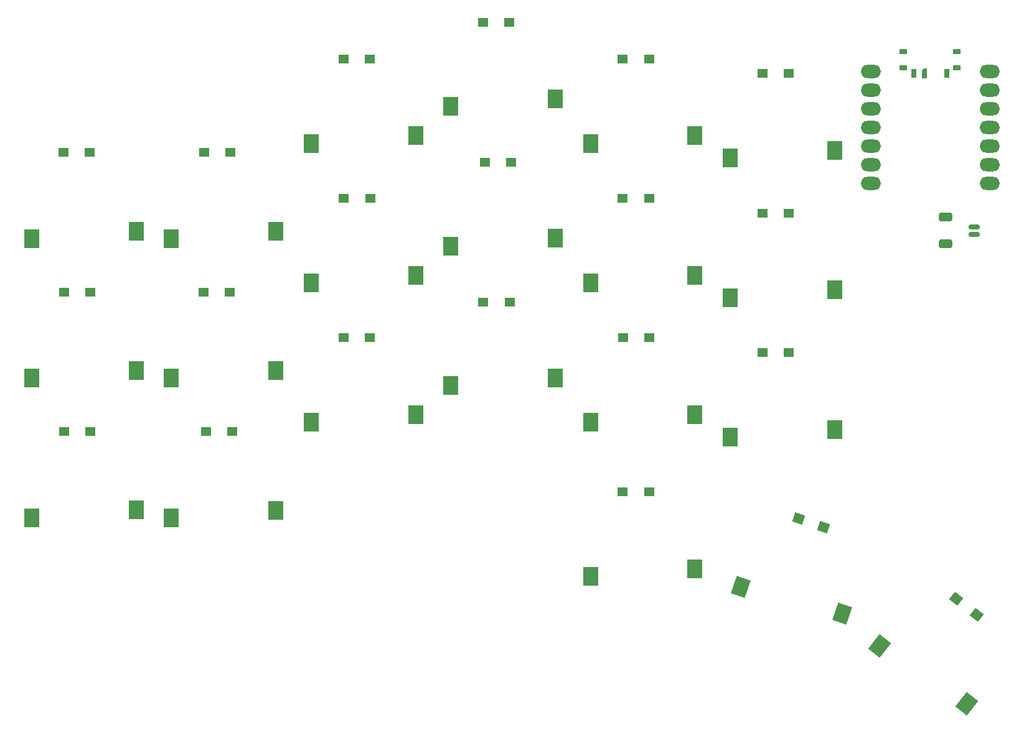
<source format=gtp>
G04 #@! TF.GenerationSoftware,KiCad,Pcbnew,8.0.2-1*
G04 #@! TF.CreationDate,2024-09-12T16:13:46+03:00*
G04 #@! TF.ProjectId,pcb,7063622e-6b69-4636-9164-5f7063625858,rev?*
G04 #@! TF.SameCoordinates,Original*
G04 #@! TF.FileFunction,Paste,Top*
G04 #@! TF.FilePolarity,Positive*
%FSLAX46Y46*%
G04 Gerber Fmt 4.6, Leading zero omitted, Abs format (unit mm)*
G04 Created by KiCad (PCBNEW 8.0.2-1) date 2024-09-12 16:13:46*
%MOMM*%
%LPD*%
G01*
G04 APERTURE LIST*
G04 Aperture macros list*
%AMRoundRect*
0 Rectangle with rounded corners*
0 $1 Rounding radius*
0 $2 $3 $4 $5 $6 $7 $8 $9 X,Y pos of 4 corners*
0 Add a 4 corners polygon primitive as box body*
4,1,4,$2,$3,$4,$5,$6,$7,$8,$9,$2,$3,0*
0 Add four circle primitives for the rounded corners*
1,1,$1+$1,$2,$3*
1,1,$1+$1,$4,$5*
1,1,$1+$1,$6,$7*
1,1,$1+$1,$8,$9*
0 Add four rect primitives between the rounded corners*
20,1,$1+$1,$2,$3,$4,$5,0*
20,1,$1+$1,$4,$5,$6,$7,0*
20,1,$1+$1,$6,$7,$8,$9,0*
20,1,$1+$1,$8,$9,$2,$3,0*%
%AMRotRect*
0 Rectangle, with rotation*
0 The origin of the aperture is its center*
0 $1 length*
0 $2 width*
0 $3 Rotation angle, in degrees counterclockwise*
0 Add horizontal line*
21,1,$1,$2,0,0,$3*%
%AMOutline5P*
0 Free polygon, 5 corners , with rotation*
0 The origin of the aperture is its center*
0 number of corners: always 5*
0 $1 to $10 corner X, Y*
0 $11 Rotation angle, in degrees counterclockwise*
0 create outline with 5 corners*
4,1,5,$1,$2,$3,$4,$5,$6,$7,$8,$9,$10,$1,$2,$11*%
%AMOutline6P*
0 Free polygon, 6 corners , with rotation*
0 The origin of the aperture is its center*
0 number of corners: always 6*
0 $1 to $12 corner X, Y*
0 $13 Rotation angle, in degrees counterclockwise*
0 create outline with 6 corners*
4,1,6,$1,$2,$3,$4,$5,$6,$7,$8,$9,$10,$11,$12,$1,$2,$13*%
%AMOutline7P*
0 Free polygon, 7 corners , with rotation*
0 The origin of the aperture is its center*
0 number of corners: always 7*
0 $1 to $14 corner X, Y*
0 $15 Rotation angle, in degrees counterclockwise*
0 create outline with 7 corners*
4,1,7,$1,$2,$3,$4,$5,$6,$7,$8,$9,$10,$11,$12,$13,$14,$1,$2,$15*%
%AMOutline8P*
0 Free polygon, 8 corners , with rotation*
0 The origin of the aperture is its center*
0 number of corners: always 8*
0 $1 to $16 corner X, Y*
0 $17 Rotation angle, in degrees counterclockwise*
0 create outline with 8 corners*
4,1,8,$1,$2,$3,$4,$5,$6,$7,$8,$9,$10,$11,$12,$13,$14,$15,$16,$1,$2,$17*%
G04 Aperture macros list end*
%ADD10R,1.000000X0.800000*%
%ADD11R,0.700000X1.280000*%
%ADD12Outline5P,-0.350000X0.640000X0.350000X0.640000X0.350000X-0.360000X0.070000X-0.640000X-0.350000X-0.640000X180.000000*%
%ADD13RoundRect,0.150000X-0.625000X0.150000X-0.625000X-0.150000X0.625000X-0.150000X0.625000X0.150000X0*%
%ADD14RoundRect,0.250000X-0.650000X0.350000X-0.650000X-0.350000X0.650000X-0.350000X0.650000X0.350000X0*%
%ADD15RotRect,1.425000X1.300000X322.000000*%
%ADD16RotRect,1.425000X1.300000X341.000000*%
%ADD17R,1.425000X1.300000*%
%ADD18R,2.000000X2.500000*%
%ADD19O,2.750000X1.800000*%
%ADD20RotRect,2.000000X2.500000X322.000000*%
%ADD21RotRect,2.000000X2.500000X341.000000*%
G04 APERTURE END LIST*
D10*
X204150000Y-55776046D03*
X204150000Y-57996046D03*
X196850000Y-55776046D03*
X196850000Y-57996046D03*
D11*
X202750000Y-58756046D03*
D12*
X199750000Y-58756046D03*
D11*
X198250000Y-58756046D03*
D13*
X206500000Y-79615970D03*
X206500000Y-80615970D03*
D14*
X202625000Y-78315970D03*
X202625000Y-81915970D03*
D15*
X206817138Y-132441960D03*
X204000000Y-130240970D03*
D16*
X186000000Y-120490970D03*
X182619772Y-119327064D03*
D17*
X181250000Y-96740970D03*
X177675000Y-96740970D03*
X162250000Y-115740970D03*
X158675000Y-115740970D03*
X105287500Y-69490970D03*
X101712500Y-69490970D03*
X105250000Y-88490970D03*
X101675000Y-88490970D03*
X162287500Y-94740970D03*
X158712500Y-94740970D03*
X181250000Y-58740970D03*
X177675000Y-58740970D03*
X86287500Y-88490970D03*
X82712500Y-88490970D03*
X181250000Y-77740970D03*
X177675000Y-77740970D03*
X143250000Y-51740970D03*
X139675000Y-51740970D03*
X143500000Y-70865970D03*
X139925000Y-70865970D03*
X162250000Y-56740970D03*
X158675000Y-56740970D03*
X124287500Y-56740970D03*
X120712500Y-56740970D03*
X86250000Y-107490970D03*
X82675000Y-107490970D03*
X162250000Y-75740970D03*
X158675000Y-75740970D03*
X124325000Y-75740970D03*
X120750000Y-75740970D03*
X124287500Y-94740970D03*
X120712500Y-94740970D03*
X105575000Y-107490970D03*
X102000000Y-107490970D03*
X86187500Y-69490970D03*
X82612500Y-69490970D03*
X143287500Y-89865970D03*
X139712500Y-89865970D03*
D18*
X78300000Y-81250000D03*
X92500000Y-80200000D03*
X116300000Y-68250000D03*
X130500000Y-67200000D03*
X116300000Y-87250000D03*
X130500000Y-86200000D03*
X97300000Y-81250000D03*
X111500000Y-80200000D03*
X78300000Y-100240970D03*
X92500000Y-99190970D03*
D19*
X192405040Y-58496046D03*
X192405040Y-61036046D03*
X192405040Y-63576046D03*
X192405040Y-66116046D03*
X192405040Y-68656046D03*
X192405040Y-71196046D03*
X192405040Y-73736046D03*
X208594960Y-73736046D03*
X208594960Y-71196046D03*
X208594960Y-68656046D03*
X208594960Y-66116046D03*
X208594960Y-63576046D03*
X208594960Y-61036046D03*
X208594960Y-58496046D03*
D18*
X187500000Y-69200000D03*
X173300000Y-70250000D03*
X154300000Y-106250000D03*
X168500000Y-105200000D03*
X154300000Y-87250000D03*
X168500000Y-86200000D03*
X111500000Y-99190970D03*
X97300000Y-100240970D03*
X149500000Y-62190970D03*
X135300000Y-63240970D03*
X168500000Y-126190970D03*
X154300000Y-127240970D03*
X135300000Y-101250000D03*
X149500000Y-100200000D03*
X97300000Y-119250000D03*
X111500000Y-118200000D03*
X78300000Y-119240970D03*
X92500000Y-118190970D03*
X135300000Y-82240970D03*
X149500000Y-81190970D03*
X173300000Y-89250000D03*
X187500000Y-88200000D03*
X116300000Y-106250000D03*
X130500000Y-105200000D03*
D20*
X193641417Y-136655921D03*
X205477615Y-144570902D03*
D21*
X174765768Y-128659179D03*
X188533978Y-132289453D03*
D18*
X187500000Y-107200000D03*
X173300000Y-108250000D03*
X154300000Y-68250000D03*
X168500000Y-67200000D03*
M02*

</source>
